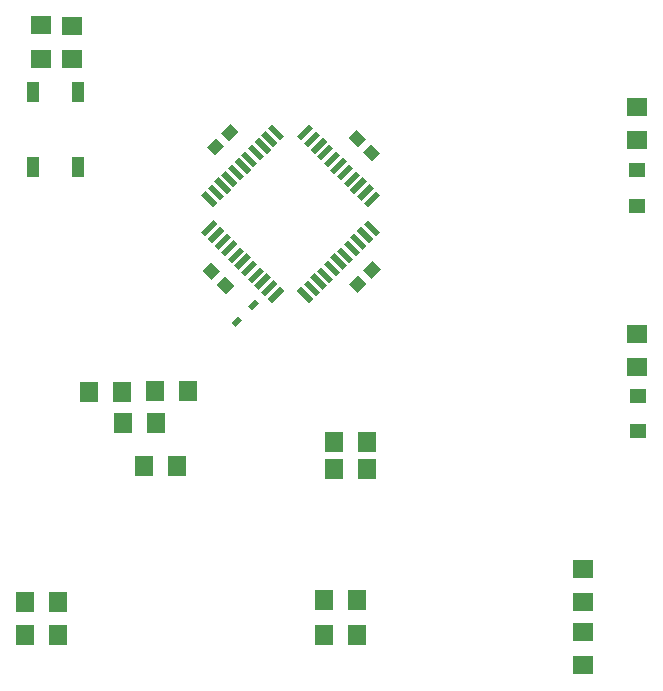
<source format=gbr>
G04 EAGLE Gerber X2 export*
%TF.Part,Single*%
%TF.FileFunction,Paste,Top*%
%TF.FilePolarity,Positive*%
%TF.GenerationSoftware,Autodesk,EAGLE,9.1.0*%
%TF.CreationDate,2018-11-01T15:44:49Z*%
G75*
%MOMM*%
%FSLAX34Y34*%
%LPD*%
%AMOC8*
5,1,8,0,0,1.08239X$1,22.5*%
G01*
%ADD10R,1.100000X1.000000*%
%ADD11R,1.600000X1.800000*%
%ADD12R,1.400000X1.200000*%
%ADD13R,0.500000X0.800000*%
%ADD14R,1.800000X1.600000*%
%ADD15R,1.000000X1.700000*%
%ADD16R,0.508000X1.473200*%


D10*
G36*
X157459Y457328D02*
X165236Y465105D01*
X172307Y458034D01*
X164530Y450257D01*
X157459Y457328D01*
G37*
G36*
X145438Y445307D02*
X153215Y453084D01*
X160286Y446013D01*
X152509Y438236D01*
X145438Y445307D01*
G37*
G36*
X164137Y564277D02*
X171914Y556500D01*
X164843Y549429D01*
X157066Y557206D01*
X164137Y564277D01*
G37*
G36*
X152117Y576298D02*
X159894Y568521D01*
X152823Y561450D01*
X145046Y569227D01*
X152117Y576298D01*
G37*
G36*
X40029Y562128D02*
X32144Y554461D01*
X25173Y561630D01*
X33058Y569297D01*
X40029Y562128D01*
G37*
G36*
X52216Y573980D02*
X44331Y566313D01*
X37360Y573482D01*
X45245Y581149D01*
X52216Y573980D01*
G37*
G36*
X40455Y452041D02*
X48232Y444264D01*
X41161Y437193D01*
X33384Y444970D01*
X40455Y452041D01*
G37*
G36*
X28435Y464062D02*
X36212Y456285D01*
X29141Y449214D01*
X21364Y456991D01*
X28435Y464062D01*
G37*
D11*
X9369Y355293D03*
X-18631Y355293D03*
X-74339Y354393D03*
X-46339Y354393D03*
D12*
X389978Y320800D03*
X389978Y350800D03*
X389422Y511942D03*
X389422Y541942D03*
D11*
X132612Y311475D03*
X160612Y311475D03*
X160870Y289418D03*
X132870Y289418D03*
X88Y291268D03*
X-27912Y291268D03*
D13*
G36*
X63740Y423554D02*
X60204Y427090D01*
X65860Y432746D01*
X69396Y429210D01*
X63740Y423554D01*
G37*
G36*
X49598Y409412D02*
X46062Y412948D01*
X51718Y418604D01*
X55254Y415068D01*
X49598Y409412D01*
G37*
D14*
X389378Y403400D03*
X389378Y375400D03*
X389522Y595542D03*
X389522Y567542D03*
D11*
X124182Y177861D03*
X152182Y177861D03*
X124313Y148285D03*
X152313Y148285D03*
X-128568Y176364D03*
X-100568Y176364D03*
X-128437Y148285D03*
X-100437Y148285D03*
X-18135Y328241D03*
X-46135Y328241D03*
D14*
X343400Y123000D03*
X343400Y151000D03*
X343400Y176200D03*
X343400Y204200D03*
X-89206Y636159D03*
X-89206Y664159D03*
D15*
X-83661Y607957D03*
X-83661Y544957D03*
X-121661Y607957D03*
X-121661Y544957D03*
D16*
G36*
X23864Y485953D02*
X20272Y489545D01*
X30688Y499961D01*
X34280Y496369D01*
X23864Y485953D01*
G37*
G36*
X29432Y480386D02*
X25840Y483978D01*
X36256Y494394D01*
X39848Y490802D01*
X29432Y480386D01*
G37*
G36*
X35179Y474638D02*
X31587Y478230D01*
X42003Y488646D01*
X45595Y485054D01*
X35179Y474638D01*
G37*
G36*
X40747Y469071D02*
X37155Y472663D01*
X47571Y483079D01*
X51163Y479487D01*
X40747Y469071D01*
G37*
G36*
X46495Y463323D02*
X42903Y466915D01*
X53319Y477331D01*
X56911Y473739D01*
X46495Y463323D01*
G37*
G36*
X52062Y457755D02*
X48470Y461347D01*
X58886Y471763D01*
X62478Y468171D01*
X52062Y457755D01*
G37*
G36*
X57630Y452188D02*
X54038Y455780D01*
X64454Y466196D01*
X68046Y462604D01*
X57630Y452188D01*
G37*
G36*
X63377Y446440D02*
X59785Y450032D01*
X70201Y460448D01*
X73793Y456856D01*
X63377Y446440D01*
G37*
G36*
X68945Y440873D02*
X65353Y444465D01*
X75769Y454881D01*
X79361Y451289D01*
X68945Y440873D01*
G37*
G36*
X74693Y435125D02*
X71101Y438717D01*
X81517Y449133D01*
X85109Y445541D01*
X74693Y435125D01*
G37*
G36*
X80260Y429557D02*
X76668Y433149D01*
X87084Y443565D01*
X90676Y439973D01*
X80260Y429557D01*
G37*
G36*
X101454Y439973D02*
X105046Y443565D01*
X115462Y433149D01*
X111870Y429557D01*
X101454Y439973D01*
G37*
G36*
X107022Y445541D02*
X110614Y449133D01*
X121030Y438717D01*
X117438Y435125D01*
X107022Y445541D01*
G37*
G36*
X112769Y451289D02*
X116361Y454881D01*
X126777Y444465D01*
X123185Y440873D01*
X112769Y451289D01*
G37*
G36*
X118337Y456856D02*
X121929Y460448D01*
X132345Y450032D01*
X128753Y446440D01*
X118337Y456856D01*
G37*
G36*
X124084Y462604D02*
X127676Y466196D01*
X138092Y455780D01*
X134500Y452188D01*
X124084Y462604D01*
G37*
G36*
X129652Y468171D02*
X133244Y471763D01*
X143660Y461347D01*
X140068Y457755D01*
X129652Y468171D01*
G37*
G36*
X135220Y473739D02*
X138812Y477331D01*
X149228Y466915D01*
X145636Y463323D01*
X135220Y473739D01*
G37*
G36*
X140967Y479487D02*
X144559Y483079D01*
X154975Y472663D01*
X151383Y469071D01*
X140967Y479487D01*
G37*
G36*
X146535Y485054D02*
X150127Y488646D01*
X160543Y478230D01*
X156951Y474638D01*
X146535Y485054D01*
G37*
G36*
X152282Y490802D02*
X155874Y494394D01*
X166290Y483978D01*
X162698Y480386D01*
X152282Y490802D01*
G37*
G36*
X157850Y496369D02*
X161442Y499961D01*
X171858Y489545D01*
X168266Y485953D01*
X157850Y496369D01*
G37*
G36*
X161442Y510739D02*
X157850Y514331D01*
X168266Y524747D01*
X171858Y521155D01*
X161442Y510739D01*
G37*
G36*
X155874Y516307D02*
X152282Y519899D01*
X162698Y530315D01*
X166290Y526723D01*
X155874Y516307D01*
G37*
G36*
X150127Y522054D02*
X146535Y525646D01*
X156951Y536062D01*
X160543Y532470D01*
X150127Y522054D01*
G37*
G36*
X144559Y527622D02*
X140967Y531214D01*
X151383Y541630D01*
X154975Y538038D01*
X144559Y527622D01*
G37*
G36*
X138812Y533369D02*
X135220Y536961D01*
X145636Y547377D01*
X149228Y543785D01*
X138812Y533369D01*
G37*
G36*
X133244Y538937D02*
X129652Y542529D01*
X140068Y552945D01*
X143660Y549353D01*
X133244Y538937D01*
G37*
G36*
X127676Y544505D02*
X124084Y548097D01*
X134500Y558513D01*
X138092Y554921D01*
X127676Y544505D01*
G37*
G36*
X121929Y550252D02*
X118337Y553844D01*
X128753Y564260D01*
X132345Y560668D01*
X121929Y550252D01*
G37*
G36*
X116361Y555820D02*
X112769Y559412D01*
X123185Y569828D01*
X126777Y566236D01*
X116361Y555820D01*
G37*
G36*
X110614Y561567D02*
X107022Y565159D01*
X117438Y575575D01*
X121030Y571983D01*
X110614Y561567D01*
G37*
G36*
X105046Y567135D02*
X101454Y570727D01*
X111870Y581143D01*
X115462Y577551D01*
X105046Y567135D01*
G37*
G36*
X76668Y577551D02*
X80260Y581143D01*
X90676Y570727D01*
X87084Y567135D01*
X76668Y577551D01*
G37*
G36*
X71101Y571983D02*
X74693Y575575D01*
X85109Y565159D01*
X81517Y561567D01*
X71101Y571983D01*
G37*
G36*
X65353Y566236D02*
X68945Y569828D01*
X79361Y559412D01*
X75769Y555820D01*
X65353Y566236D01*
G37*
G36*
X59785Y560668D02*
X63377Y564260D01*
X73793Y553844D01*
X70201Y550252D01*
X59785Y560668D01*
G37*
G36*
X54038Y554921D02*
X57630Y558513D01*
X68046Y548097D01*
X64454Y544505D01*
X54038Y554921D01*
G37*
G36*
X48470Y549353D02*
X52062Y552945D01*
X62478Y542529D01*
X58886Y538937D01*
X48470Y549353D01*
G37*
G36*
X42903Y543785D02*
X46495Y547377D01*
X56911Y536961D01*
X53319Y533369D01*
X42903Y543785D01*
G37*
G36*
X37155Y538038D02*
X40747Y541630D01*
X51163Y531214D01*
X47571Y527622D01*
X37155Y538038D01*
G37*
G36*
X31587Y532470D02*
X35179Y536062D01*
X45595Y525646D01*
X42003Y522054D01*
X31587Y532470D01*
G37*
G36*
X25840Y526723D02*
X29432Y530315D01*
X39848Y519899D01*
X36256Y516307D01*
X25840Y526723D01*
G37*
G36*
X20272Y521155D02*
X23864Y524747D01*
X34280Y514331D01*
X30688Y510739D01*
X20272Y521155D01*
G37*
D14*
X-115011Y636557D03*
X-115011Y664557D03*
M02*

</source>
